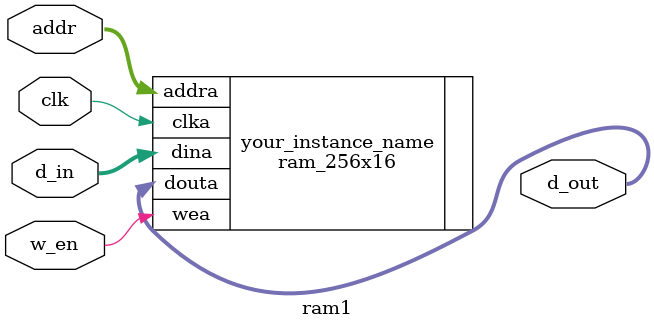
<source format=v>
`timescale 1ns / 1ps

module ram1(
    input clk,
    input w_en,
    input [7:0] addr,
    input [15:0] d_in,
    output [15:0] d_out
    );
    
    ram_256x16 your_instance_name (
      .clka(clk),    // input wire clka
      .wea(w_en),      // input wire [0 : 0] wea
      .addra(addr),  // input wire [7 : 0] addra
      .dina(d_in),    // input wire [15 : 0] dina
      .douta(d_out)  // output wire [15 : 0] douta
    );
endmodule

</source>
